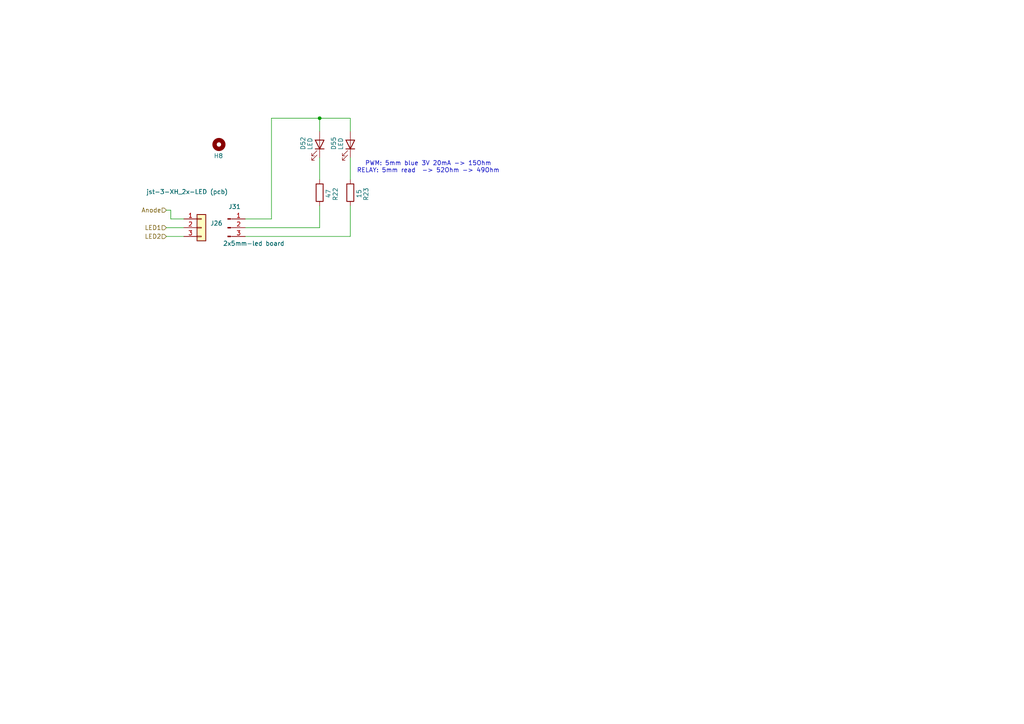
<source format=kicad_sch>
(kicad_sch (version 20231120) (generator "eeschema") (generator_version "8.0")
  (paper "A4")
  (lib_symbols
    (symbol "Connector:Conn_01x03_Pin" (pin_names (offset 1.016) hide)
      (property "Reference" "J" (at 0 5.08 0))
      (property "Value" "Conn_01x03_Pin" (at 0 -5.08 0))
      (symbol "Conn_01x03_Pin_1_1"
        (polyline (pts (xy 1.27 -2.54) (xy 0.8636 -2.54)) (stroke (width 0.1524)))
        (polyline (pts (xy 1.27 0) (xy 0.8636 0)) (stroke (width 0.1524)))
        (polyline (pts (xy 1.27 2.54) (xy 0.8636 2.54)) (stroke (width 0.1524)))
        (rectangle (start 0.8636 -2.413) (end 0 -2.667) (stroke (width 0.1524)) (fill (type outline)))
        (rectangle (start 0.8636 0.127) (end 0 -0.127) (stroke (width 0.1524)) (fill (type outline)))
        (rectangle (start 0.8636 2.667) (end 0 2.413) (stroke (width 0.1524)) (fill (type outline)))
        (pin passive line (at 5.08 2.54 180) (length 3.81) (name "Pin_1") (number "1"))
        (pin passive line (at 5.08 0 180) (length 3.81) (name "Pin_2") (number "2"))
        (pin passive line (at 5.08 -2.54 180) (length 3.81) (name "Pin_3") (number "3"))
      )
    )
    (symbol "Connector_Generic:Conn_01x03" (pin_names (offset 1.016) hide)
      (property "Reference" "J" (at 0 5.08 0))
      (property "Value" "Conn_01x03" (at 0 -5.08 0))
      (symbol "Conn_01x03_1_1"
        (rectangle (start -1.27 -2.413) (end 0 -2.667) (stroke (width 0.1524)))
        (rectangle (start -1.27 0.127) (end 0 -0.127) (stroke (width 0.1524)))
        (rectangle (start -1.27 2.667) (end 0 2.413) (stroke (width 0.1524)))
        (rectangle (start -1.27 3.81) (end 1.27 -3.81) (stroke (width 0.254)) (fill (type background)))
        (pin passive line (at -5.08 2.54 0) (length 3.81) (name "Pin_1") (number "1"))
        (pin passive line (at -5.08 0 0) (length 3.81) (name "Pin_2") (number "2"))
        (pin passive line (at -5.08 -2.54 0) (length 3.81) (name "Pin_3") (number "3"))
      )
    )
    (symbol "Device:LED" (pin_numbers hide) (pin_names (offset 1.016) hide)
      (property "Reference" "D" (at 0 2.54 0))
      (property "Value" "LED" (at 0 -2.54 0))
      (symbol "LED_0_1"
        (polyline (pts (xy -1.27 -1.27) (xy -1.27 1.27)) (stroke (width 0.254)))
        (polyline (pts (xy -1.27 0) (xy 1.27 0)))
        (polyline (pts (xy 1.27 -1.27) (xy 1.27 1.27) (xy -1.27 0) (xy 1.27 -1.27)) (stroke (width 0.254)))
        (polyline (pts (xy -3.048 -0.762) (xy -4.572 -2.286) (xy -3.81 -2.286) (xy -4.572 -2.286) (xy -4.572 -1.524)))
        (polyline (pts (xy -1.778 -0.762) (xy -3.302 -2.286) (xy -2.54 -2.286) (xy -3.302 -2.286) (xy -3.302 -1.524)))
      )
      (symbol "LED_1_1"
        (pin passive line (at -3.81 0 0) (length 2.54) (name "K") (number "1"))
        (pin passive line (at 3.81 0 180) (length 2.54) (name "A") (number "2"))
      )
    )
    (symbol "Device:R" (pin_numbers hide) (pin_names (offset 0))
      (property "Reference" "R" (at 2.032 0 90))
      (property "Value" "R" (at 0 0 90))
      (symbol "R_0_1"
        (rectangle (start -1.016 -2.54) (end 1.016 2.54) (stroke (width 0.254)))
      )
      (symbol "R_1_1"
        (pin passive line (at 0 3.81 270) (length 1.27) (name "~") (number "1"))
        (pin passive line (at 0 -3.81 90) (length 1.27) (name "~") (number "2"))
      )
    )
    (symbol "Mechanical:MountingHole" (pin_names (offset 1.016)) (exclude_from_sim yes) (in_bom no)
      (property "Reference" "H" (at 0 5.08 0))
      (property "Value" "MountingHole" (at 0 3.175 0))
      (symbol "MountingHole_0_1"
        (circle (center 0 0) (radius 1.27) (stroke (width 1.27)))
      )
    )
  )
  (junction (at 92.71 34.29))
  (wire (pts (xy 92.71 34.29) (xy 92.71 38.1)))
  (wire (pts (xy 48.26 60.96) (xy 49.53 60.96)))
  (wire (pts (xy 71.12 68.58) (xy 101.6 68.58)))
  (wire (pts (xy 71.12 66.04) (xy 92.71 66.04)))
  (wire (pts (xy 78.74 63.5) (xy 78.74 34.29)))
  (wire (pts (xy 101.6 45.72) (xy 101.6 52.07)))
  (wire (pts (xy 92.71 34.29) (xy 101.6 34.29)))
  (wire (pts (xy 49.53 60.96) (xy 49.53 63.5)))
  (wire (pts (xy 78.74 34.29) (xy 92.71 34.29)))
  (wire (pts (xy 101.6 34.29) (xy 101.6 38.1)))
  (wire (pts (xy 101.6 68.58) (xy 101.6 59.69)))
  (wire (pts (xy 71.12 63.5) (xy 78.74 63.5)))
  (wire (pts (xy 49.53 63.5) (xy 53.34 63.5)))
  (wire (pts (xy 92.71 66.04) (xy 92.71 59.69)))
  (wire (pts (xy 48.26 68.58) (xy 53.34 68.58)))
  (wire (pts (xy 92.71 45.72) (xy 92.71 52.07)))
  (wire (pts (xy 48.26 66.04) (xy 53.34 66.04)))
  (text "PWM: 5mm blue 3V 20mA -> 15Ohm\nRELAY: 5mm read  -> 52Ohm -> 49Ohm" (at 124.206 48.514 0) (effects (font (size 1.27 1.27))))
  (hierarchical_label "LED1" (shape input) (at 48.26 66.04 180))
  (hierarchical_label "LED2" (shape input) (at 48.26 68.58 180))
  (hierarchical_label "Anode" (shape input) (at 48.26 60.96 180))
  (symbol (lib_id "Device:LED") (at 92.71 41.91 270) (mirror x) (unit 1)
    (property "Reference" "D52" (at 87.884 39.624 0) (effects (justify right)))
    (property "Value" "LED" (at 89.916 39.878 0) (effects (justify right)))
    (property "Footprint" "LED_THT:LED_D5.0mm_IRGrey" (effects (hide yes)))
    (property "Datasheet" "https://www.conrad.de/de/p/quadrios-2111o156-led-bedrahtet-blau-rund-5-mm-1300-mcd-30-20-ma-3-v-2583897.html   https://www.conrad.de/de/p/vossloh-schwabe-wu-8-53hd-led-bedrahtet-rot-rund-5-mm-14-mcd-60-20-ma-2-25-v-184543.html" (effects (hide yes)))
    (property "Description" "Light emitting diode" (effects (hide yes)))
    (instances (project "pi-interface-board_v1.0" (path "" (reference "D52") (unit 1)) (path "" (reference "D34") (unit 1))))
  )
  (symbol (lib_id "Device:R") (at 92.71 55.88 0) (unit 1)
    (property "Reference" "R22" (at 97.282 54.356 90) (effects (justify right)))
    (property "Value" "47" (at 95.25 54.864 90) (effects (justify right)))
    (property "Footprint" "Resistor_THT:R_Axial_DIN0207_L6.3mm_D2.5mm_P10.16mm_Horizontal" (effects (hide yes)))
    (property "Datasheet" "sortiment" (effects (hide yes)))
    (property "Description" "Resistor" (effects (hide yes)))
    (instances (project "pi-interface-board_v1.0" (path "" (reference "R22") (unit 1)) (path "" (reference "R4") (unit 1))))
  )
  (symbol (lib_id "Connector:Conn_01x03_Pin") (at 66.04 66.04 0) (unit 1)
    (property "Reference" "J31" (at 69.85 59.944 0) (effects (justify right)))
    (property "Value" "2x5mm-led board" (at 82.55 70.612 0) (effects (justify right)))
    (property "Footprint" "Connector_PinHeader_2.54mm:PinHeader_1x03_P2.54mm_Vertical" (effects (hide yes)))
    (property "Description" "Generic connector, single row, 01x03, script generated" (effects (hide yes)))
    (instances (project "pi-interface-board_v1.0" (path "" (reference "J31") (unit 1)) (path "" (reference "J30") (unit 1))))
  )
  (symbol (lib_id "Connector_Generic:Conn_01x03") (at 58.42 66.04 0) (unit 1)
    (property "Reference" "J26" (at 60.96 64.7699 0) (effects (justify left)))
    (property "Value" "jst-3-XH_2x-LED (pcb)" (at 42.418 55.626 0) (effects (justify left)))
    (property "Footprint" "Connector_JST:JST_XH_B3B-XH-A_1x03_P2.50mm_Vertical" (effects (hide yes)))
    (property "Datasheet" "https://www.ebay.de/itm/183466543983" (effects (hide yes)))
    (property "Description" "Generic connector, single row, 01x03, script generated (kicad-library-utils/schlib/autogen/connector/)" (effects (hide yes)))
    (instances (project "" (path "" (reference "J26") (unit 1)) (path "" (reference "J24") (unit 1))))
  )
  (symbol (lib_id "Device:LED") (at 101.6 41.91 270) (mirror x) (unit 1)
    (property "Reference" "D55" (at 96.774 39.624 0) (effects (justify right)))
    (property "Value" "LED" (at 98.806 39.878 0) (effects (justify right)))
    (property "Footprint" "LED_THT:LED_D5.0mm_IRGrey" (effects (hide yes)))
    (property "Datasheet" "https://www.conrad.de/de/p/quadrios-2111o156-led-bedrahtet-blau-rund-5-mm-1300-mcd-30-20-ma-3-v-2583897.html   https://www.conrad.de/de/p/vossloh-schwabe-wu-8-53hd-led-bedrahtet-rot-rund-5-mm-14-mcd-60-20-ma-2-25-v-184543.html" (effects (hide yes)))
    (property "Description" "Light emitting diode" (effects (hide yes)))
    (instances (project "pi-interface-board_v1.0" (path "" (reference "D55") (unit 1)) (path "" (reference "D45") (unit 1))))
  )
  (symbol (lib_id "Device:R") (at 101.6 55.88 0) (unit 1)
    (property "Reference" "R23" (at 106.172 54.356 90) (effects (justify right)))
    (property "Value" "15" (at 104.14 54.864 90) (effects (justify right)))
    (property "Footprint" "Resistor_THT:R_Axial_DIN0207_L6.3mm_D2.5mm_P10.16mm_Horizontal" (effects (hide yes)))
    (property "Datasheet" "https://www.reichelt.com/be/en/shop/product/metal_film_resistor_15_0_ohm-11521" (effects (hide yes)))
    (property "Description" "Resistor" (effects (hide yes)))
    (instances (project "pi-interface-board_v1.0" (path "" (reference "R23") (unit 1)) (path "" (reference "R14") (unit 1))))
  )
  (symbol (lib_id "Mechanical:MountingHole") (at 63.5 41.91 0) (unit 1) (exclude_from_sim yes) (in_bom no)
    (property "Reference" "H8" (at 61.976 45.212 0) (effects (justify left)))
    (property "Value" "MountingHole_LEDs-Analog" (effects (hide yes)))
    (property "Footprint" "MountingHole:MountingHole_2mm" (effects (hide yes)))
    (property "Description" "Mounting Hole without connection" (effects (hide yes)))
    (instances (project "pi-interface-board_v1.0" (path "" (reference "H8") (unit 1)) (path "" (reference "H7") (unit 1))))
  )
)
</source>
